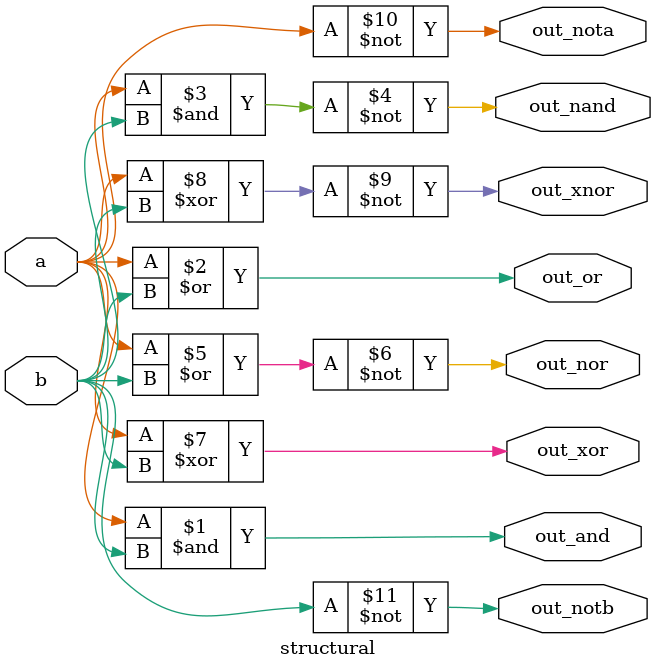
<source format=v>
module structural(  input a, b,  output out_and, out_or, out_nand, out_nor, out_xor, out_xnor, out_nota, out_notb);
  and and_gate(out_and, a, b);
  or or_gate(out_or, a, b);
  nand nand_gate(out_nand, a, b);
  nor nor_gate(out_nor, a, b);
  xor xor_gate(out_xor, a, b);
  xnor xnor_gate(out_xnor, a, b);
  not not_gate_a(out_nota, a);
  not not_gate_b(out_notb, b);
endmodule

</source>
